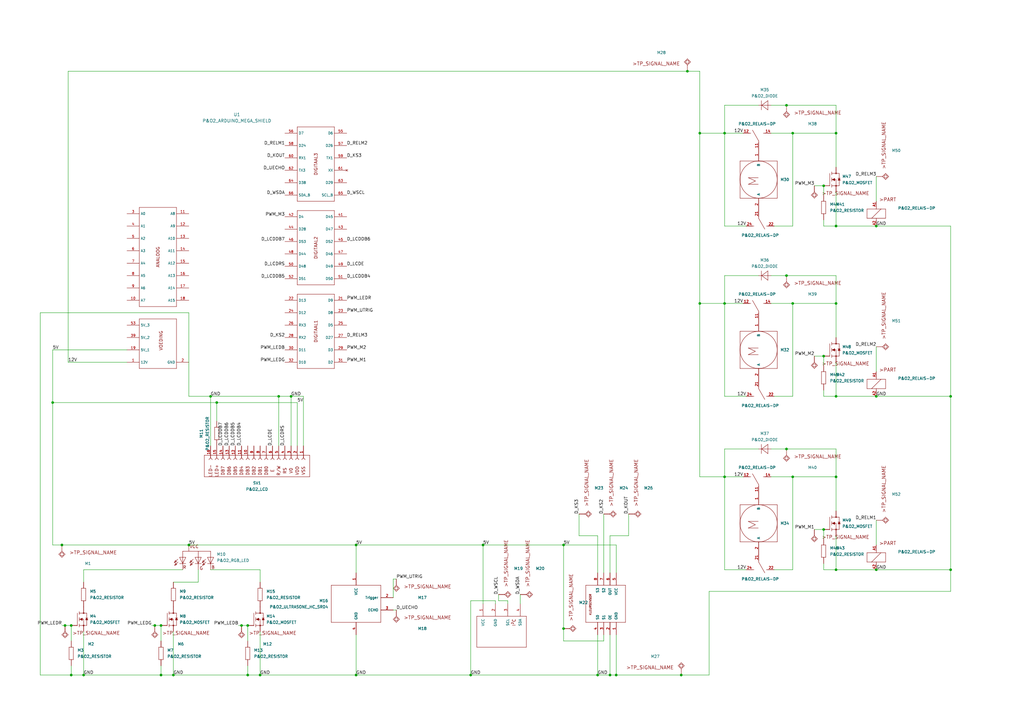
<source format=kicad_sch>
(kicad_sch (version 20211123) (generator eeschema)
  (paper "A3")
  (lib_symbols
    (symbol "1_P&O2_lib:P&O2_ARDUINO_MEGA_SHIELD"
      (property "Reference" "U" (at -33.02 13.97 0))
      (property "Value" "P&O2_ARDUINO_MEGA_SHIELD" (at -24.13 16.51 0))
      (symbol "P&O2_ARDUINO_MEGA_SHIELD_0_0"
        (text "ANALOOG" (at 7.62 45.72 900) (effects (font (size 1.27 1.27))))
        (text "DIGITAAL1" (at 72.39 15.24 900) (effects (font (size 1.27 1.27))))
        (text "DIGITAAL2" (at 72.39 49.53 900) (effects (font (size 1.27 1.27))))
        (text "DIGITAAL3" (at 72.39 83.82 900) (effects (font (size 1.27 1.27))))
        (text "VOEDING" (at 8.89 11.43 900) (effects (font (size 1.27 1.27))))
      )
      (symbol "P&O2_ARDUINO_MEGA_SHIELD_1_1"
        (pin bidirectional line (at -5.08 2.54 0) (length 5.08) (name "12V") (number "1"))
        (pin bidirectional line (at -5.08 27.94 0) (length 5.08) (name "A7") (number "10"))
        (pin bidirectional line (at 20.32 63.5 180) (length 5.08) (name "A8") (number "11"))
        (pin bidirectional line (at 20.32 58.42 180) (length 5.08) (name "A9") (number "12"))
        (pin bidirectional line (at 20.32 53.34 180) (length 5.08) (name "A10") (number "13"))
        (pin bidirectional line (at 20.32 48.26 180) (length 5.08) (name "A11") (number "14"))
        (pin bidirectional line (at 20.32 43.18 180) (length 5.08) (name "A12") (number "15"))
        (pin bidirectional line (at 20.32 38.1 180) (length 5.08) (name "A13") (number "16"))
        (pin bidirectional line (at 20.32 33.02 180) (length 5.08) (name "A14") (number "17"))
        (pin bidirectional line (at 20.32 27.94 180) (length 5.08) (name "A15") (number "18"))
        (pin bidirectional line (at -5.08 7.62 0) (length 5.08) (name "5V_1") (number "19"))
        (pin bidirectional line (at 20.32 2.54 180) (length 5.08) (name "GND") (number "2"))
        (pin bidirectional line (at 85.09 27.94 180) (length 5.08) (name "D9") (number "21"))
        (pin bidirectional line (at 59.69 27.94 0) (length 5.08) (name "D13") (number "22"))
        (pin bidirectional line (at 85.09 22.86 180) (length 5.08) (name "D8") (number "23"))
        (pin bidirectional line (at 59.69 22.86 0) (length 5.08) (name "D12") (number "24"))
        (pin bidirectional line (at 85.09 17.78 180) (length 5.08) (name "D5") (number "25"))
        (pin bidirectional line (at 59.69 17.78 0) (length 5.08) (name "RX3") (number "26"))
        (pin bidirectional line (at 85.09 12.7 180) (length 5.08) (name "D27") (number "27"))
        (pin bidirectional line (at 59.69 12.7 0) (length 5.08) (name "RX2") (number "28"))
        (pin bidirectional line (at 85.09 7.62 180) (length 5.08) (name "D3") (number "29"))
        (pin bidirectional line (at -5.08 63.5 0) (length 5.08) (name "A0") (number "3"))
        (pin bidirectional line (at 59.69 7.62 0) (length 5.08) (name "D11") (number "30"))
        (pin bidirectional line (at 85.09 2.54 180) (length 5.08) (name "D2") (number "31"))
        (pin bidirectional line (at 59.69 2.54 0) (length 5.08) (name "D10") (number "32"))
        (pin bidirectional line (at -5.08 12.7 0) (length 5.08) (name "5V_2") (number "39"))
        (pin bidirectional line (at -5.08 58.42 0) (length 5.08) (name "A1") (number "4"))
        (pin bidirectional line (at 85.09 62.23 180) (length 5.08) (name "D45") (number "41"))
        (pin bidirectional line (at 59.69 62.23 0) (length 5.08) (name "D4") (number "42"))
        (pin bidirectional line (at 85.09 57.15 180) (length 5.08) (name "D47") (number "43"))
        (pin bidirectional line (at 59.69 57.15 0) (length 5.08) (name "D28") (number "44"))
        (pin bidirectional line (at 85.09 52.07 180) (length 5.08) (name "D52") (number "45"))
        (pin bidirectional line (at 59.69 52.07 0) (length 5.08) (name "D53") (number "46"))
        (pin bidirectional line (at 85.09 46.99 180) (length 5.08) (name "D46") (number "47"))
        (pin bidirectional line (at 59.69 46.99 0) (length 5.08) (name "D44") (number "48"))
        (pin bidirectional line (at 85.09 41.91 180) (length 5.08) (name "D49") (number "49"))
        (pin bidirectional line (at -5.08 53.34 0) (length 5.08) (name "A2") (number "5"))
        (pin bidirectional line (at 59.69 41.91 0) (length 5.08) (name "D48") (number "50"))
        (pin bidirectional line (at 85.09 36.83 180) (length 5.08) (name "D50") (number "51"))
        (pin bidirectional line (at 59.69 36.83 0) (length 5.08) (name "D51") (number "52"))
        (pin bidirectional line (at -5.08 17.78 0) (length 5.08) (name "5V_3") (number "53"))
        (pin bidirectional line (at 85.09 96.52 180) (length 5.08) (name "D6") (number "55"))
        (pin bidirectional line (at 59.69 96.52 0) (length 5.08) (name "D7") (number "56"))
        (pin bidirectional line (at 85.09 91.44 180) (length 5.08) (name "D26") (number "57"))
        (pin bidirectional line (at 59.69 91.44 0) (length 5.08) (name "D24") (number "58"))
        (pin bidirectional line (at 85.09 86.36 180) (length 5.08) (name "TX1") (number "59"))
        (pin bidirectional line (at -5.08 48.26 0) (length 5.08) (name "A3") (number "6"))
        (pin bidirectional line (at 59.69 86.36 0) (length 5.08) (name "RX1") (number "60"))
        (pin no_connect line (at 85.09 81.28 180) (length 5.08) (name "XX") (number "61"))
        (pin bidirectional line (at 59.69 81.28 0) (length 5.08) (name "TX3") (number "62"))
        (pin bidirectional line (at 85.09 76.2 180) (length 5.08) (name "D29") (number "63"))
        (pin bidirectional line (at 59.69 76.2 0) (length 5.08) (name "D38") (number "64"))
        (pin bidirectional line (at 85.09 71.12 180) (length 5.08) (name "SCL_B") (number "65"))
        (pin bidirectional line (at 59.69 71.12 0) (length 5.08) (name "SDA_B") (number "66"))
        (pin bidirectional line (at -5.08 43.18 0) (length 5.08) (name "A4") (number "7"))
        (pin bidirectional line (at -5.08 38.1 0) (length 5.08) (name "A5") (number "8"))
        (pin bidirectional line (at -5.08 33.02 0) (length 5.08) (name "A6") (number "9"))
      )
    )
    (symbol "1_P&O2_lib:P&O2_DC-MOTOR" (pin_names (offset 1.016))
      (property "Reference" "M" (at -7.62 7.62 0))
      (symbol "P&O2_DC-MOTOR_1_0"
        (text "M" (at -0.5842 2.032 0) (effects (font (size 4.064 4.064))))
      )
      (symbol "P&O2_DC-MOTOR_1_1"
        (pin bidirectional line (at 12.7 0 180) (length 5.08) (name "B") (number "1"))
        (pin bidirectional line (at -12.7 0 0) (length 5.08) (name "A") (number "2"))
      )
    )
    (symbol "1_P&O2_lib:P&O2_DIODE" (pin_numbers hide) (pin_names (offset 1.016) hide)
      (property "Reference" "M" (at -2.3114 2.6416 0))
      (property "Value" "P&O2_DIODE" (at -2.5654 -4.4958 0))
      (symbol "P&O2_DIODE_1_1"
        (pin passive line (at -2.54 0 0) (length 2.54) (name "A") (number "A"))
        (pin passive line (at 2.54 0 180) (length 2.54) (name "C") (number "C"))
      )
    )
    (symbol "1_P&O2_lib:P&O2_GEWICHTSENSOR2" (pin_names (offset 1.016))
      (symbol "P&O2_GEWICHTSENSOR2_0_0"
        (text "I²C" (at 10.16 5.08 0) (effects (font (size 1.27 1.27))))
      )
      (symbol "P&O2_GEWICHTSENSOR2_1_1"
        (pin bidirectional line (at 17.78 17.78 180) (length 5.08) (name "VCC") (number "1"))
        (pin bidirectional line (at 17.78 12.7 180) (length 5.08) (name "GND") (number "2"))
        (pin bidirectional line (at 17.78 7.62 180) (length 5.08) (name "SCL") (number "3"))
        (pin bidirectional line (at 17.78 2.54 180) (length 5.08) (name "SDA") (number "4"))
      )
    )
    (symbol "1_P&O2_lib:P&O2_KLEURSENSOR" (pin_names (offset 1.016))
      (symbol "P&O2_KLEURSENSOR_1_0"
        (text "KLEURSENSOR" (at -0.2794 14.3764 0) (effects (font (size 0.8128 0.8128))))
      )
      (symbol "P&O2_KLEURSENSOR_1_1"
        (pin bidirectional line (at -12.7 3.81 0) (length 5.08) (name "GND") (number "1"))
        (pin bidirectional line (at -12.7 6.35 0) (length 5.08) (name "OE") (number "2"))
        (pin bidirectional line (at -12.7 8.89 0) (length 5.08) (name "S1") (number "3"))
        (pin bidirectional line (at -12.7 11.43 0) (length 5.08) (name "S0") (number "4"))
        (pin bidirectional line (at 12.7 3.81 180) (length 5.08) (name "VCC") (number "5"))
        (pin bidirectional line (at 12.7 6.35 180) (length 5.08) (name "OUT") (number "6"))
        (pin bidirectional line (at 12.7 8.89 180) (length 5.08) (name "S2") (number "7"))
        (pin bidirectional line (at 12.7 11.43 180) (length 5.08) (name "S3") (number "8"))
      )
    )
    (symbol "1_P&O2_lib:P&O2_LCD" (pin_names (offset 1.016) hide)
      (property "Reference" "SV" (at -1.27 36.83 0))
      (property "Value" "P&O2_LCD" (at -1.27 -10.16 0))
      (symbol "P&O2_LCD_0_0"
        (text "DB0" (at -2.54 10.16 0) (effects (font (size 1.27 1.27))))
        (text "DB1" (at -2.54 12.7 0) (effects (font (size 1.27 1.27))))
        (text "DB2" (at -2.54 15.24 0) (effects (font (size 1.27 1.27))))
        (text "DB3" (at -2.54 17.78 0) (effects (font (size 1.27 1.27))))
        (text "DB4" (at -2.54 20.32 0) (effects (font (size 1.27 1.27))))
        (text "DB5" (at -2.54 22.86 0) (effects (font (size 1.27 1.27))))
        (text "DB6" (at -2.54 25.4 0) (effects (font (size 1.27 1.27))))
        (text "DB7" (at -2.54 27.94 0) (effects (font (size 1.27 1.27))))
        (text "E" (at -2.54 7.62 0) (effects (font (size 1.27 1.27))))
        (text "LED+" (at -2.54 30.48 0) (effects (font (size 1.27 1.27))))
        (text "LED-" (at -2.54 33.02 0) (effects (font (size 1.27 1.27))))
        (text "R/W" (at -2.54 5.08 0) (effects (font (size 1.27 1.27))))
        (text "RS" (at -2.54 2.54 0) (effects (font (size 1.27 1.27))))
        (text "V0" (at -2.54 0 0) (effects (font (size 1.27 1.27))))
        (text "VDD" (at -2.54 -2.54 0) (effects (font (size 1.27 1.27))))
        (text "VSS" (at -2.54 -5.08 0) (effects (font (size 1.27 1.27))))
      )
      (symbol "P&O2_LCD_1_1"
        (pin passive line (at 7.62 -5.08 180) (length 5.08) (name "1") (number "1"))
        (pin passive line (at 7.62 17.78 180) (length 5.08) (name "10") (number "10"))
        (pin passive line (at 7.62 20.32 180) (length 5.08) (name "11") (number "11"))
        (pin passive line (at 7.62 22.86 180) (length 5.08) (name "12") (number "12"))
        (pin passive line (at 7.62 25.4 180) (length 5.08) (name "13") (number "13"))
        (pin passive line (at 7.62 27.94 180) (length 5.08) (name "14") (number "14"))
        (pin passive line (at 7.62 30.48 180) (length 5.08) (name "15") (number "15"))
        (pin passive line (at 7.62 33.02 180) (length 5.08) (name "16") (number "16"))
        (pin passive line (at 7.62 -2.54 180) (length 5.08) (name "2") (number "2"))
        (pin passive line (at 7.62 0 180) (length 5.08) (name "3") (number "3"))
        (pin passive line (at 7.62 2.54 180) (length 5.08) (name "4") (number "4"))
        (pin passive line (at 7.62 5.08 180) (length 5.08) (name "5") (number "5"))
        (pin passive line (at 7.62 7.62 180) (length 5.08) (name "6") (number "6"))
        (pin passive line (at 7.62 10.16 180) (length 5.08) (name "2") (number "7"))
        (pin passive line (at 7.62 12.7 180) (length 5.08) (name "8") (number "8"))
        (pin passive line (at 7.62 15.24 180) (length 5.08) (name "9") (number "9"))
      )
    )
    (symbol "1_P&O2_lib:P&O2_MEETPUNT" (pin_numbers hide) (pin_names (offset 1.016) hide)
      (property "Reference" "M" (at -2.54 -4.445 0))
      (symbol "P&O2_MEETPUNT_1_0"
        (text ">TP_SIGNAL_NAME" (at 12.8016 -0.5588 0) (effects (font (size 1.4224 1.4224))))
      )
      (symbol "P&O2_MEETPUNT_1_1"
        (pin input line (at 0 2.54 270) (length 2.54) (name "TP") (number "1"))
      )
    )
    (symbol "1_P&O2_lib:P&O2_MOSFET" (pin_numbers hide) (pin_names (offset 1.016) hide)
      (property "Reference" "M" (at -11.43 1.27 0))
      (property "Value" "P&O2_MOSFET" (at -11.43 3.81 0))
      (symbol "P&O2_MOSFET_1_1"
        (pin passive line (at -2.54 -2.54 0) (length 2.54) (name "eG") (number "1"))
        (pin passive line (at 2.54 5.08 270) (length 2.54) (name "D") (number "2"))
        (pin passive line (at 2.54 -5.08 90) (length 2.54) (name "S") (number "3"))
      )
    )
    (symbol "1_P&O2_lib:P&O2_RELAIS-DP" (pin_names (offset 1.016) hide)
      (property "Value" "P&O2_RELAIS-DP" (at -6.985 10.16 0))
      (symbol "P&O2_RELAIS-DP_1_0"
        (text ">PART" (at 4.6736 5.7912 0) (effects (font (size 1.4224 1.4224))))
      )
      (symbol "P&O2_RELAIS-DP_1_1"
        (pin passive line (at 0 5.08 270) (length 2.54) (name "1") (number "A1"))
        (pin passive line (at 0 -5.08 90) (length 2.54) (name "2") (number "A2"))
      )
      (symbol "P&O2_RELAIS-DP_2_1"
        (pin passive line (at 0 0 90) (length 2.54) (name "1") (number "11"))
        (pin passive line (at -6.35 6.35 0) (length 2.54) (name "1") (number "12"))
        (pin passive line (at 5.08 6.35 180) (length 2.54) (name "1") (number "14"))
      )
      (symbol "P&O2_RELAIS-DP_3_1"
        (pin passive line (at 0 0 90) (length 2.54) (name "1") (number "21"))
        (pin passive line (at -6.35 6.35 0) (length 2.54) (name "1") (number "22"))
        (pin passive line (at 5.08 6.35 180) (length 2.54) (name "1") (number "24"))
      )
    )
    (symbol "1_P&O2_lib:P&O2_RESISTOR" (pin_numbers hide) (pin_names (offset 1.016) hide)
      (property "Reference" "M" (at -2.54 2.54 0))
      (property "Value" "P&O2_RESISTOR" (at -2.54 -3.81 0))
      (symbol "P&O2_RESISTOR_1_1"
        (pin passive line (at -5.08 0 0) (length 2.54) (name "1") (number "1"))
        (pin passive line (at 5.08 0 180) (length 2.54) (name "2") (number "2"))
      )
    )
    (symbol "1_P&O2_lib:P&O2_RGB_LED" (pin_numbers hide) (pin_names (offset 1.016) hide)
      (property "Reference" "M" (at -5.207 -1.524 90))
      (property "Value" "P&O2_RGB_LED" (at -3.048 -1.524 90))
      (symbol "P&O2_RGB_LED_0_0"
        (text "B" (at 12.446 1.016 0) (effects (font (size 1.27 1.27))))
        (text "G" (at 7.62 0.635 0) (effects (font (size 1.27 1.27))))
        (text "R" (at 0.762 1.016 0) (effects (font (size 1.27 1.27))))
        (text "VCC" (at 4.699 9.525 0) (effects (font (size 1.27 1.27))))
      )
      (symbol "P&O2_RGB_LED_1_1"
        (pin bidirectional line (at 0 0 90) (length 2.54) (name "R") (number "1"))
        (pin bidirectional line (at 2.54 10.16 270) (length 2.54) (name "VCC") (number "2"))
        (pin bidirectional line (at 6.35 0 90) (length 2.54) (name "G") (number "3"))
        (pin bidirectional line (at 11.43 0 90) (length 2.54) (name "B") (number "4"))
      )
    )
    (symbol "1_P&O2_lib:P&O2_ULTRASONE_HC_SR04" (pin_names (offset 1.016))
      (property "Reference" "M" (at -15.24 -2.54 0))
      (property "Value" "P&O2_ULTRASONE_HC_SR04" (at -15.24 -7.62 0))
      (symbol "P&O2_ULTRASONE_HC_SR04_1_1"
        (pin bidirectional line (at -5.08 15.24 270) (length 5.08) (name "VCC") (number "1"))
        (pin bidirectional line (at 10.16 5.08 180) (length 5.08) (name "Trigger") (number "2"))
        (pin bidirectional line (at 10.16 0 180) (length 5.08) (name "ECHO") (number "3"))
        (pin bidirectional line (at -5.08 -10.16 90) (length 5.08) (name "GND") (number "4"))
      )
    )
  )
  (junction (at 297.18 195.58))
  (junction (at 63.5 256.54))
  (junction (at 389.89 162.56))
  (junction (at 325.12 54.61))
  (junction (at 279.4 276.86))
  (junction (at 86.36 162.56))
  (junction (at 337.82 217.17))
  (junction (at 29.21 276.86))
  (junction (at 146.05 223.52))
  (junction (at 322.58 43.18))
  (junction (at 119.38 162.56))
  (junction (at 325.12 195.58))
  (junction (at 101.6 276.86))
  (junction (at 297.18 124.46))
  (junction (at 359.41 92.71))
  (junction (at 342.9 124.46))
  (junction (at 337.82 146.05))
  (junction (at 342.9 92.71))
  (junction (at 77.47 223.52))
  (junction (at 252.73 276.86))
  (junction (at 231.14 223.52))
  (junction (at 322.58 113.03))
  (junction (at 325.12 124.46))
  (junction (at 198.12 223.52))
  (junction (at 106.68 276.86))
  (junction (at 359.41 162.56))
  (junction (at 25.4 223.52))
  (junction (at 231.14 257.81))
  (junction (at 342.9 162.56))
  (junction (at 88.9 165.1))
  (junction (at 342.9 195.58))
  (junction (at 66.04 276.86))
  (junction (at 146.05 276.86))
  (junction (at 359.41 233.68))
  (junction (at 245.11 276.86))
  (junction (at 287.02 54.61))
  (junction (at 26.67 256.54))
  (junction (at 287.02 124.46))
  (junction (at 342.9 233.68))
  (junction (at 322.58 184.15))
  (junction (at 193.04 276.86))
  (junction (at 99.06 256.54))
  (junction (at 281.94 29.21))
  (junction (at 29.21 256.54))
  (junction (at 114.3 162.56))
  (junction (at 297.18 54.61))
  (junction (at 337.82 76.2))
  (junction (at 342.9 54.61))
  (junction (at 389.89 233.68))
  (junction (at 21.59 165.1))
  (junction (at 66.04 256.54))
  (junction (at 101.6 256.54))
  (junction (at 34.29 276.86))
  (junction (at 250.19 276.86))
  (junction (at 71.12 276.86))
  (wire (pts (xy 317.5 162.56) (xy 325.12 162.56)))
  (wire (pts (xy 66.04 256.54) (xy 66.04 262.89)))
  (wire (pts (xy 297.18 124.46) (xy 304.8 124.46)))
  (wire (pts (xy 146.05 234.95) (xy 146.05 223.52)))
  (wire (pts (xy 161.29 245.11) (xy 161.29 237.49)))
  (wire (pts (xy 245.11 260.35) (xy 245.11 276.86)))
  (wire (pts (xy 34.29 233.68) (xy 34.29 238.76)))
  (wire (pts (xy 52.07 148.59) (xy 27.94 148.59)))
  (wire (pts (xy 231.14 223.52) (xy 252.73 223.52)))
  (wire (pts (xy 287.02 195.58) (xy 287.02 124.46)))
  (wire (pts (xy 101.6 256.54) (xy 101.6 262.89)))
  (wire (pts (xy 77.47 128.27) (xy 16.51 128.27)))
  (wire (pts (xy 359.41 72.39) (xy 359.41 82.55)))
  (wire (pts (xy 247.65 210.82) (xy 247.65 234.95)))
  (wire (pts (xy 297.18 233.68) (xy 297.18 195.58)))
  (wire (pts (xy 322.58 184.15) (xy 342.9 184.15)))
  (wire (pts (xy 88.9 165.1) (xy 121.92 165.1)))
  (wire (pts (xy 245.11 219.71) (xy 245.11 234.95)))
  (wire (pts (xy 27.94 29.21) (xy 281.94 29.21)))
  (wire (pts (xy 297.18 162.56) (xy 297.18 124.46)))
  (wire (pts (xy 88.9 165.1) (xy 88.9 172.72)))
  (wire (pts (xy 252.73 276.86) (xy 279.4 276.86)))
  (wire (pts (xy 62.23 256.54) (xy 63.5 256.54)))
  (wire (pts (xy 297.18 195.58) (xy 304.8 195.58)))
  (wire (pts (xy 231.14 262.89) (xy 247.65 262.89)))
  (wire (pts (xy 342.9 162.56) (xy 337.82 162.56)))
  (wire (pts (xy 281.94 29.21) (xy 287.02 29.21)))
  (wire (pts (xy 311.15 184.15) (xy 297.18 184.15)))
  (wire (pts (xy 16.51 276.86) (xy 29.21 276.86)))
  (wire (pts (xy 21.59 223.52) (xy 25.4 223.52)))
  (wire (pts (xy 342.9 78.74) (xy 342.9 92.71)))
  (wire (pts (xy 325.12 195.58) (xy 325.12 233.68)))
  (wire (pts (xy 198.12 223.52) (xy 198.12 247.65)))
  (wire (pts (xy 337.82 233.68) (xy 337.82 231.14)))
  (wire (pts (xy 342.9 92.71) (xy 359.41 92.71)))
  (wire (pts (xy 16.51 128.27) (xy 16.51 276.86)))
  (wire (pts (xy 316.23 113.03) (xy 322.58 113.03)))
  (wire (pts (xy 359.41 162.56) (xy 389.89 162.56)))
  (wire (pts (xy 71.12 276.86) (xy 101.6 276.86)))
  (wire (pts (xy 124.46 182.88) (xy 124.46 162.56)))
  (wire (pts (xy 389.89 162.56) (xy 389.89 92.71)))
  (wire (pts (xy 21.59 165.1) (xy 88.9 165.1)))
  (wire (pts (xy 208.28 247.65) (xy 208.28 246.38)))
  (wire (pts (xy 193.04 246.38) (xy 193.04 276.86)))
  (wire (pts (xy 29.21 276.86) (xy 29.21 273.05)))
  (wire (pts (xy 297.18 92.71) (xy 297.18 54.61)))
  (wire (pts (xy 311.15 43.18) (xy 297.18 43.18)))
  (wire (pts (xy 337.82 162.56) (xy 337.82 160.02)))
  (wire (pts (xy 25.4 256.54) (xy 26.67 256.54)))
  (wire (pts (xy 77.47 128.27) (xy 77.47 162.56)))
  (wire (pts (xy 342.9 184.15) (xy 342.9 195.58)))
  (wire (pts (xy 287.02 29.21) (xy 287.02 54.61)))
  (wire (pts (xy 359.41 142.24) (xy 359.41 152.4)))
  (wire (pts (xy 306.07 233.68) (xy 297.18 233.68)))
  (wire (pts (xy 306.07 92.71) (xy 297.18 92.71)))
  (wire (pts (xy 114.3 162.56) (xy 119.38 162.56)))
  (wire (pts (xy 146.05 223.52) (xy 198.12 223.52)))
  (wire (pts (xy 204.47 246.38) (xy 204.47 243.84)))
  (wire (pts (xy 86.36 233.68) (xy 106.68 233.68)))
  (wire (pts (xy 247.65 260.35) (xy 247.65 262.89)))
  (wire (pts (xy 342.9 233.68) (xy 359.41 233.68)))
  (wire (pts (xy 250.19 276.86) (xy 252.73 276.86)))
  (wire (pts (xy 316.23 43.18) (xy 322.58 43.18)))
  (wire (pts (xy 297.18 184.15) (xy 297.18 195.58)))
  (wire (pts (xy 198.12 223.52) (xy 231.14 223.52)))
  (wire (pts (xy 317.5 233.68) (xy 325.12 233.68)))
  (wire (pts (xy 213.36 243.84) (xy 213.36 247.65)))
  (wire (pts (xy 63.5 256.54) (xy 66.04 256.54)))
  (wire (pts (xy 297.18 43.18) (xy 297.18 54.61)))
  (wire (pts (xy 193.04 276.86) (xy 245.11 276.86)))
  (wire (pts (xy 86.36 162.56) (xy 114.3 162.56)))
  (wire (pts (xy 52.07 143.51) (xy 21.59 143.51)))
  (wire (pts (xy 334.01 146.05) (xy 337.82 146.05)))
  (wire (pts (xy 237.49 219.71) (xy 245.11 219.71)))
  (wire (pts (xy 287.02 124.46) (xy 287.02 54.61)))
  (wire (pts (xy 114.3 162.56) (xy 114.3 182.88)))
  (wire (pts (xy 27.94 148.59) (xy 27.94 29.21)))
  (wire (pts (xy 325.12 124.46) (xy 342.9 124.46)))
  (wire (pts (xy 337.82 146.05) (xy 337.82 149.86)))
  (wire (pts (xy 297.18 113.03) (xy 297.18 124.46)))
  (wire (pts (xy 287.02 124.46) (xy 297.18 124.46)))
  (wire (pts (xy 21.59 165.1) (xy 21.59 223.52)))
  (wire (pts (xy 287.02 54.61) (xy 297.18 54.61)))
  (wire (pts (xy 250.19 234.95) (xy 250.19 219.71)))
  (wire (pts (xy 250.19 219.71) (xy 257.81 219.71)))
  (wire (pts (xy 334.01 217.17) (xy 337.82 217.17)))
  (wire (pts (xy 106.68 233.68) (xy 106.68 238.76)))
  (wire (pts (xy 124.46 162.56) (xy 119.38 162.56)))
  (wire (pts (xy 101.6 276.86) (xy 106.68 276.86)))
  (wire (pts (xy 66.04 276.86) (xy 66.04 273.05)))
  (wire (pts (xy 29.21 256.54) (xy 29.21 262.89)))
  (wire (pts (xy 203.2 247.65) (xy 203.2 246.38)))
  (wire (pts (xy 257.81 210.82) (xy 257.81 219.71)))
  (wire (pts (xy 252.73 223.52) (xy 252.73 234.95)))
  (wire (pts (xy 121.92 165.1) (xy 121.92 182.88)))
  (wire (pts (xy 97.79 256.54) (xy 99.06 256.54)))
  (wire (pts (xy 119.38 162.56) (xy 119.38 182.88)))
  (wire (pts (xy 359.41 213.36) (xy 359.41 223.52)))
  (wire (pts (xy 316.23 195.58) (xy 325.12 195.58)))
  (wire (pts (xy 66.04 276.86) (xy 71.12 276.86)))
  (wire (pts (xy 290.83 242.57) (xy 389.89 242.57)))
  (wire (pts (xy 297.18 54.61) (xy 304.8 54.61)))
  (wire (pts (xy 81.28 238.76) (xy 81.28 233.68)))
  (wire (pts (xy 106.68 259.08) (xy 106.68 276.86)))
  (wire (pts (xy 106.68 276.86) (xy 146.05 276.86)))
  (wire (pts (xy 86.36 162.56) (xy 86.36 182.88)))
  (wire (pts (xy 71.12 259.08) (xy 71.12 276.86)))
  (wire (pts (xy 231.14 257.81) (xy 231.14 223.52)))
  (wire (pts (xy 250.19 260.35) (xy 250.19 276.86)))
  (wire (pts (xy 337.82 76.2) (xy 337.82 80.01)))
  (wire (pts (xy 208.28 246.38) (xy 204.47 246.38)))
  (wire (pts (xy 290.83 276.86) (xy 290.83 242.57)))
  (wire (pts (xy 325.12 54.61) (xy 342.9 54.61)))
  (wire (pts (xy 337.82 217.17) (xy 337.82 220.98)))
  (wire (pts (xy 322.58 113.03) (xy 342.9 113.03)))
  (wire (pts (xy 389.89 242.57) (xy 389.89 233.68)))
  (wire (pts (xy 322.58 43.18) (xy 342.9 43.18)))
  (wire (pts (xy 342.9 195.58) (xy 342.9 209.55)))
  (wire (pts (xy 316.23 54.61) (xy 325.12 54.61)))
  (wire (pts (xy 162.56 250.19) (xy 161.29 250.19)))
  (wire (pts (xy 342.9 113.03) (xy 342.9 124.46)))
  (wire (pts (xy 306.07 162.56) (xy 297.18 162.56)))
  (wire (pts (xy 316.23 124.46) (xy 325.12 124.46)))
  (wire (pts (xy 342.9 219.71) (xy 342.9 233.68)))
  (wire (pts (xy 25.4 223.52) (xy 77.47 223.52)))
  (wire (pts (xy 74.93 233.68) (xy 34.29 233.68)))
  (wire (pts (xy 34.29 259.08) (xy 34.29 276.86)))
  (wire (pts (xy 334.01 76.2) (xy 337.82 76.2)))
  (wire (pts (xy 161.29 237.49) (xy 162.56 237.49)))
  (wire (pts (xy 325.12 124.46) (xy 325.12 162.56)))
  (wire (pts (xy 342.9 162.56) (xy 359.41 162.56)))
  (wire (pts (xy 342.9 233.68) (xy 337.82 233.68)))
  (wire (pts (xy 337.82 92.71) (xy 337.82 90.17)))
  (wire (pts (xy 237.49 210.82) (xy 237.49 219.71)))
  (wire (pts (xy 99.06 256.54) (xy 101.6 256.54)))
  (wire (pts (xy 311.15 113.03) (xy 297.18 113.03)))
  (wire (pts (xy 342.9 124.46) (xy 342.9 138.43)))
  (wire (pts (xy 252.73 260.35) (xy 252.73 276.86)))
  (wire (pts (xy 34.29 276.86) (xy 66.04 276.86)))
  (wire (pts (xy 71.12 238.76) (xy 81.28 238.76)))
  (wire (pts (xy 389.89 233.68) (xy 389.89 162.56)))
  (wire (pts (xy 342.9 92.71) (xy 337.82 92.71)))
  (wire (pts (xy 325.12 195.58) (xy 342.9 195.58)))
  (wire (pts (xy 29.21 276.86) (xy 34.29 276.86)))
  (wire (pts (xy 231.14 262.89) (xy 231.14 257.81)))
  (wire (pts (xy 325.12 54.61) (xy 325.12 92.71)))
  (wire (pts (xy 101.6 276.86) (xy 101.6 273.05)))
  (wire (pts (xy 245.11 276.86) (xy 250.19 276.86)))
  (wire (pts (xy 317.5 92.71) (xy 325.12 92.71)))
  (wire (pts (xy 203.2 246.38) (xy 193.04 246.38)))
  (wire (pts (xy 279.4 276.86) (xy 290.83 276.86)))
  (wire (pts (xy 146.05 260.35) (xy 146.05 276.86)))
  (wire (pts (xy 342.9 54.61) (xy 342.9 68.58)))
  (wire (pts (xy 316.23 184.15) (xy 322.58 184.15)))
  (wire (pts (xy 389.89 92.71) (xy 359.41 92.71)))
  (wire (pts (xy 26.67 256.54) (xy 29.21 256.54)))
  (wire (pts (xy 359.41 233.68) (xy 389.89 233.68)))
  (wire (pts (xy 342.9 148.59) (xy 342.9 162.56)))
  (wire (pts (xy 342.9 43.18) (xy 342.9 54.61)))
  (wire (pts (xy 146.05 276.86) (xy 193.04 276.86)))
  (wire (pts (xy 77.47 223.52) (xy 146.05 223.52)))
  (wire (pts (xy 297.18 195.58) (xy 287.02 195.58)))
  (wire (pts (xy 77.47 162.56) (xy 86.36 162.56)))
  (wire (pts (xy 21.59 143.51) (xy 21.59 165.1)))
  (label "PWM_M1" (at 142.24 148.59 0))
  (label "D_WSDA" (at 116.84 80.01 180))
  (label "5V" (at 198.12 223.52 0))
  (label "D_RELM2" (at 359.41 142.24 180))
  (label "D_KOUT" (at 257.81 210.82 90))
  (label "D_RELM3" (at 359.41 72.39 180))
  (label "D_LCDE" (at 142.24 109.22 0))
  (label "GND" (at 146.05 276.86 0))
  (label "PWM_M3" (at 334.01 76.2 180))
  (label "12V" (at 306.07 162.56 180))
  (label "GND" (at 193.04 276.86 0))
  (label "GND" (at 359.41 92.71 0))
  (label "D_LCDDB4" (at 142.24 114.3 0))
  (label "D_RELM1" (at 116.84 59.69 180))
  (label "D_LCDDB5" (at 116.84 114.3 180))
  (label "5V" (at 121.92 165.1 0))
  (label "PWM_M2" (at 142.24 143.51 0))
  (label "PWM_LEDB" (at 97.79 256.54 180))
  (label "D_WSDA" (at 213.36 243.84 90))
  (label "D_WSCL" (at 142.24 80.01 0))
  (label "D_LCDDB7" (at 116.84 99.06 180))
  (label "D_RELM1" (at 359.41 213.36 180))
  (label "PWM_UTRIG" (at 162.56 237.49 0))
  (label "PWM_LEDB" (at 116.84 143.51 180))
  (label "D_KS2" (at 247.65 210.82 90))
  (label "D_KOUT" (at 116.84 64.77 180))
  (label "GND" (at 119.38 162.56 0))
  (label "12V" (at 304.8 54.61 180))
  (label "D_LCDRS" (at 116.84 109.22 180))
  (label "12V" (at 304.8 195.58 180))
  (label "PWM_M3" (at 116.84 88.9 180))
  (label "D_LCDDB6" (at 93.98 182.88 90))
  (label "D_KS3" (at 142.24 64.77 0))
  (label "D_LCDRS" (at 116.84 182.88 90))
  (label "D_UECHO" (at 162.56 250.19 0))
  (label "5V" (at 146.05 223.52 0))
  (label "D_KS2" (at 116.84 138.43 180))
  (label "D_RELM2" (at 142.24 59.69 0))
  (label "PWM_LEDG" (at 62.23 256.54 180))
  (label "GND" (at 71.12 276.86 0))
  (label "12V" (at 306.07 92.71 180))
  (label "D_LCDE" (at 111.76 182.88 90))
  (label "GND" (at 245.11 276.86 0))
  (label "PWM_LEDR" (at 142.24 123.19 0))
  (label "D_LCDDB5" (at 96.52 182.88 90))
  (label "GND" (at 359.41 162.56 0))
  (label "PWM_LEDR" (at 25.4 256.54 180))
  (label "12V" (at 27.94 148.59 0))
  (label "PWM_M1" (at 334.01 217.17 180))
  (label "PWM_UTRIG" (at 142.24 128.27 0))
  (label "GND" (at 34.29 276.86 0))
  (label "D_WSCL" (at 204.47 243.84 90))
  (label "D_RELM3" (at 142.24 138.43 0))
  (label "PWM_M2" (at 334.01 146.05 180))
  (label "D_LCDDB4" (at 99.06 182.88 90))
  (label "5V" (at 231.14 223.52 0))
  (label "D_KS3" (at 237.49 210.82 90))
  (label "12V" (at 306.07 233.68 180))
  (label "5V" (at 21.59 143.51 0))
  (label "GND" (at 359.41 233.68 0))
  (label "D_UECHO" (at 116.84 69.85 180))
  (label "12V" (at 304.8 124.46 180))
  (label "5V" (at 77.47 223.52 0))
  (label "D_LCDDB7" (at 91.44 182.88 90))
  (label "D_LCDDB6" (at 142.24 99.06 0))
  (label "GND" (at 106.68 276.86 0))
  (label "PWM_LEDG" (at 116.84 148.59 180))
  (label "GND" (at 86.36 162.56 0))
  (symbol (lib_id "1_P&O2_lib:P&O2_MEETPUNT") (at 26.67 259.08 0) (unit 1)
    (property "Reference" "M2" (at 37.3232 264.16 0) (effects (font (size 1.143 1.143))))
    (property "Value" "P&O2_MEETPUNT" (effects hide))
    (property "Footprint" "1_P&O2_lib:P&O2_MEETPUNT" (effects hide))
  )
  (symbol (lib_id "1_P&O2_lib:P&O2_DC-MOTOR") (at 311.15 214.63 90) (unit 1)
    (property "Reference" "M34" (at 320.04 214.63 90) (effects (font (size 1.143 1.143)) (justify right)))
    (property "Value" "P&O2_DC-MOTOR" (effects hide))
    (property "Footprint" "1_P&O2_lib:P&O2_2PIN-SCREW-5.08" (effects hide))
  )
  (symbol (lib_id "1_P&O2_lib:P&O2_DC-MOTOR") (at 311.15 73.66 90) (unit 1)
    (property "Reference" "M30" (at 320.04 73.66 90) (effects (font (size 1.143 1.143)) (justify right)))
    (property "Value" "P&O2_DC-MOTOR" (effects hide))
    (property "Footprint" "1_P&O2_lib:P&O2_2PIN-SCREW-5.08" (effects hide))
  )
  (symbol (lib_id "1_P&O2_lib:P&O2_RELAIS-DP") (at 359.41 228.6 0) (unit 1)
    (property "Reference" "M33" (effects hide))
    (property "Value" "P&O2_RELAIS-DP" (at 368.3 226.3352 0) (effects (font (size 1.143 1.143)) (justify left)))
    (property "Footprint" "1_P&O2_lib:P&O2_RELAY-DP" (effects hide))
  )
  (symbol (lib_id "1_P&O2_lib:P&O2_MOSFET") (at 340.36 73.66 0) (unit 1)
    (property "Reference" "M47" (at 345.44 72.39 0) (effects (font (size 1.143 1.143)) (justify left)))
    (property "Value" "P&O2_MOSFET" (at 345.44 74.93 0) (effects (font (size 1.143 1.143)) (justify left)))
    (property "Footprint" "1_P&O2_lib:P&O2_TO220" (effects hide))
  )
  (symbol (lib_id "1_P&O2_lib:P&O2_RESISTOR") (at 29.21 267.97 270) (unit 1)
    (property "Reference" "M3" (at 31.75 266.7 90) (effects (font (size 1.143 1.143)) (justify left)))
    (property "Value" "P&O2_RESISTOR" (at 31.75 269.24 90) (effects (font (size 1.143 1.143)) (justify left)))
    (property "Footprint" "1_P&O2_lib:P&O2_RESISTOR" (effects hide))
  )
  (symbol (lib_id "1_P&O2_lib:P&O2_RELAIS-DP") (at 311.15 86.36 180) (unit 3)
    (property "Reference" "M29" (effects hide))
    (property "Value" "P&O2_RELAIS-DP" (at 311.785 96.52 0) (effects (font (size 1.143 1.143))))
    (property "Footprint" "1_P&O2_lib:P&O2_RELAY-DP" (effects hide))
  )
  (symbol (lib_id "1_P&O2_lib:P&O2_DC-MOTOR") (at 311.15 143.51 90) (unit 1)
    (property "Reference" "M32" (at 320.04 143.51 90) (effects (font (size 1.143 1.143)) (justify right)))
    (property "Value" "P&O2_DC-MOTOR" (effects hide))
    (property "Footprint" "1_P&O2_lib:P&O2_2PIN-SCREW-5.08" (effects hide))
  )
  (symbol (lib_id "1_P&O2_lib:P&O2_KLEURSENSOR") (at 256.54 247.65 90) (unit 1)
    (property "Reference" "M25" (effects hide))
    (property "Value" "P&O2_KLEURSENSOR" (effects hide))
    (property "Footprint" "1_P&O2_lib:P&O2_KLEURENSENSOR-8PIN" (effects hide))
  )
  (symbol (lib_id "1_P&O2_lib:P&O2_MOSFET") (at 68.58 254 0) (unit 1)
    (property "Reference" "M8" (at 73.66 252.73 0) (effects (font (size 1.143 1.143)) (justify left)))
    (property "Value" "P&O2_MOSFET" (at 73.66 255.27 0) (effects (font (size 1.143 1.143)) (justify left)))
    (property "Footprint" "1_P&O2_lib:P&O2_TO220" (effects hide))
  )
  (symbol (lib_id "1_P&O2_lib:P&O2_MEETPUNT") (at 25.4 226.06 0) (unit 1)
    (property "Reference" "M1" (at 36.0532 231.14 0) (effects (font (size 1.143 1.143))))
    (property "Value" "P&O2_MEETPUNT" (effects hide))
    (property "Footprint" "1_P&O2_lib:P&O2_MEETPUNT" (effects hide))
  )
  (symbol (lib_id "1_P&O2_lib:P&O2_MEETPUNT") (at 63.5 259.08 0) (unit 1)
    (property "Reference" "M6" (at 74.1532 264.16 0) (effects (font (size 1.143 1.143))))
    (property "Value" "P&O2_MEETPUNT" (effects hide))
    (property "Footprint" "1_P&O2_lib:P&O2_MEETPUNT" (effects hide))
  )
  (symbol (lib_id "1_P&O2_lib:P&O2_RESISTOR") (at 337.82 154.94 270) (unit 1)
    (property "Reference" "M45" (at 340.36 153.67 90) (effects (font (size 1.143 1.143)) (justify left)))
    (property "Value" "P&O2_RESISTOR" (at 340.36 156.21 90) (effects (font (size 1.143 1.143)) (justify left)))
    (property "Footprint" "1_P&O2_lib:P&O2_RESISTOR" (effects hide))
  )
  (symbol (lib_id "1_P&O2_lib:P&O2_LCD") (at 119.38 190.5 90) (unit 1)
    (property "Reference" "SV1" (at 105.41 198.12 90) (effects (font (size 1.143 1.143))))
    (property "Value" "P&O2_LCD" (at 105.41 200.66 90) (effects (font (size 1.143 1.143))))
    (property "Footprint" "1_P&O2_lib:P&O2_DIP16" (effects hide))
  )
  (symbol (lib_id "1_P&O2_lib:P&O2_MOSFET") (at 340.36 214.63 0) (unit 1)
    (property "Reference" "M49" (at 345.44 213.36 0) (effects (font (size 1.143 1.143)) (justify left)))
    (property "Value" "P&O2_MOSFET" (at 345.44 215.9 0) (effects (font (size 1.143 1.143)) (justify left)))
    (property "Footprint" "1_P&O2_lib:P&O2_TO220" (effects hide))
  )
  (symbol (lib_id "1_P&O2_lib:P&O2_MEETPUNT") (at 207.01 243.84 90) (unit 1)
    (property "Reference" "M19" (at 210.82 233.1868 90) (effects (font (size 1.143 1.143)) (justify right)))
    (property "Value" "P&O2_MEETPUNT" (effects hide))
    (property "Footprint" "1_P&O2_lib:P&O2_MEETPUNT" (effects hide))
  )
  (symbol (lib_id "1_P&O2_lib:P&O2_RELAIS-DP") (at 359.41 157.48 0) (unit 1)
    (property "Reference" "M31" (effects hide))
    (property "Value" "P&O2_RELAIS-DP" (at 368.3 155.2152 0) (effects (font (size 1.143 1.143)) (justify left)))
    (property "Footprint" "1_P&O2_lib:P&O2_RELAY-DP" (effects hide))
  )
  (symbol (lib_id "1_P&O2_lib:P&O2_DIODE") (at 313.69 184.15 180) (unit 1)
    (property "Reference" "M37" (at 313.6265 177.8 0) (effects (font (size 1.143 1.143))))
    (property "Value" "P&O2_DIODE" (at 313.6265 180.34 0) (effects (font (size 1.143 1.143))))
    (property "Footprint" "1_P&O2_lib:P&O2_DIODE" (effects hide))
  )
  (symbol (lib_id "1_P&O2_lib:P&O2_RESISTOR") (at 88.9 177.8 90) (unit 1)
    (property "Reference" "M11" (at 82.55 177.8 0) (effects (font (size 1.143 1.143))))
    (property "Value" "P&O2_RESISTOR" (at 85.09 177.8 0) (effects (font (size 1.143 1.143))))
    (property "Footprint" "1_P&O2_lib:P&O2_RESISTOR" (effects hide))
  )
  (symbol (lib_id "1_P&O2_lib:P&O2_RELAIS-DP") (at 311.15 156.21 180) (unit 3)
    (property "Reference" "M31" (effects hide))
    (property "Value" "P&O2_RELAIS-DP" (at 311.785 166.37 0) (effects (font (size 1.143 1.143))))
    (property "Footprint" "1_P&O2_lib:P&O2_RELAY-DP" (effects hide))
  )
  (symbol (lib_id "1_P&O2_lib:P&O2_ULTRASONE_HC_SR04") (at 151.13 250.19 0) (unit 1)
    (property "Reference" "M16" (at 134.62 246.38 0) (effects (font (size 1.143 1.143)) (justify right)))
    (property "Value" "P&O2_ULTRASONE_HC_SR04" (at 134.62 248.92 0) (effects (font (size 1.143 1.143)) (justify right)))
    (property "Footprint" "1_P&O2_lib:P&O2_ULTRASONE" (effects hide))
  )
  (symbol (lib_id "1_P&O2_lib:P&O2_MEETPUNT") (at 250.19 210.82 90) (unit 1)
    (property "Reference" "M24" (at 254 200.1668 90) (effects (font (size 1.143 1.143)) (justify right)))
    (property "Value" "P&O2_MEETPUNT" (effects hide))
    (property "Footprint" "1_P&O2_lib:P&O2_MEETPUNT" (effects hide))
  )
  (symbol (lib_id "1_P&O2_lib:P&O2_MEETPUNT") (at 281.94 26.67 180) (unit 1)
    (property "Reference" "M28" (at 271.2868 21.59 0) (effects (font (size 1.143 1.143))))
    (property "Value" "P&O2_MEETPUNT" (effects hide))
    (property "Footprint" "1_P&O2_lib:P&O2_MEETPUNT" (effects hide))
  )
  (symbol (lib_id "1_P&O2_lib:P&O2_RELAIS-DP") (at 311.15 201.93 0) (unit 2)
    (property "Reference" "M33" (effects hide))
    (property "Value" "P&O2_RELAIS-DP" (at 310.515 191.77 0) (effects (font (size 1.143 1.143))))
    (property "Footprint" "1_P&O2_lib:P&O2_RELAY-DP" (effects hide))
  )
  (symbol (lib_id "1_P&O2_lib:P&O2_MEETPUNT") (at 334.01 148.59 0) (unit 1)
    (property "Reference" "M42" (at 344.6632 153.67 0) (effects (font (size 1.143 1.143))))
    (property "Value" "P&O2_MEETPUNT" (effects hide))
    (property "Footprint" "1_P&O2_lib:P&O2_MEETPUNT" (effects hide))
  )
  (symbol (lib_id "1_P&O2_lib:P&O2_MOSFET") (at 31.75 254 0) (unit 1)
    (property "Reference" "M4" (at 36.83 252.73 0) (effects (font (size 1.143 1.143)) (justify left)))
    (property "Value" "P&O2_MOSFET" (at 36.83 255.27 0) (effects (font (size 1.143 1.143)) (justify left)))
    (property "Footprint" "1_P&O2_lib:P&O2_TO220" (effects hide))
  )
  (symbol (lib_id "1_P&O2_lib:P&O2_RESISTOR") (at 337.82 226.06 270) (unit 1)
    (property "Reference" "M46" (at 340.36 224.79 90) (effects (font (size 1.143 1.143)) (justify left)))
    (property "Value" "P&O2_RESISTOR" (at 340.36 227.33 90) (effects (font (size 1.143 1.143)) (justify left)))
    (property "Footprint" "1_P&O2_lib:P&O2_RESISTOR" (effects hide))
  )
  (symbol (lib_id "1_P&O2_lib:P&O2_MEETPUNT") (at 233.68 257.81 90) (unit 1)
    (property "Reference" "M22" (at 237.49 247.1568 90) (effects (font (size 1.143 1.143)) (justify right)))
    (property "Value" "P&O2_MEETPUNT" (effects hide))
    (property "Footprint" "1_P&O2_lib:P&O2_MEETPUNT" (effects hide))
  )
  (symbol (lib_id "1_P&O2_lib:P&O2_RESISTOR") (at 71.12 243.84 270) (unit 1)
    (property "Reference" "M9" (at 73.66 242.57 90) (effects (font (size 1.143 1.143)) (justify left)))
    (property "Value" "P&O2_RESISTOR" (at 73.66 245.11 90) (effects (font (size 1.143 1.143)) (justify left)))
    (property "Footprint" "1_P&O2_lib:P&O2_RESISTOR" (effects hide))
  )
  (symbol (lib_id "1_P&O2_lib:P&O2_MEETPUNT") (at 162.56 240.03 0) (unit 1)
    (property "Reference" "M17" (at 173.2132 245.11 0) (effects (font (size 1.143 1.143))))
    (property "Value" "P&O2_MEETPUNT" (effects hide))
    (property "Footprint" "1_P&O2_lib:P&O2_MEETPUNT" (effects hide))
  )
  (symbol (lib_id "1_P&O2_lib:P&O2_RELAIS-DP") (at 359.41 87.63 0) (unit 1)
    (property "Reference" "M29" (effects hide))
    (property "Value" "P&O2_RELAIS-DP" (at 368.3 85.3652 0) (effects (font (size 1.143 1.143)) (justify left)))
    (property "Footprint" "1_P&O2_lib:P&O2_RELAY-DP" (effects hide))
  )
  (symbol (lib_id "1_P&O2_lib:P&O2_MEETPUNT") (at 322.58 45.72 0) (unit 1)
    (property "Reference" "M38" (at 333.2332 50.8 0) (effects (font (size 1.143 1.143))))
    (property "Value" "P&O2_MEETPUNT" (effects hide))
    (property "Footprint" "1_P&O2_lib:P&O2_MEETPUNT" (effects hide))
  )
  (symbol (lib_id "1_P&O2_lib:P&O2_DIODE") (at 313.69 43.18 180) (unit 1)
    (property "Reference" "M35" (at 313.6265 36.83 0) (effects (font (size 1.143 1.143))))
    (property "Value" "P&O2_DIODE" (at 313.6265 39.37 0) (effects (font (size 1.143 1.143))))
    (property "Footprint" "1_P&O2_lib:P&O2_DIODE" (effects hide))
  )
  (symbol (lib_id "1_P&O2_lib:P&O2_MEETPUNT") (at 99.06 259.08 0) (unit 1)
    (property "Reference" "M12" (at 109.7132 264.16 0) (effects (font (size 1.143 1.143))))
    (property "Value" "P&O2_MEETPUNT" (effects hide))
    (property "Footprint" "1_P&O2_lib:P&O2_MEETPUNT" (effects hide))
  )
  (symbol (lib_id "1_P&O2_lib:P&O2_MEETPUNT") (at 361.95 72.39 90) (unit 1)
    (property "Reference" "M50" (at 365.76 61.7368 90) (effects (font (size 1.143 1.143)) (justify right)))
    (property "Value" "P&O2_MEETPUNT" (effects hide))
    (property "Footprint" "1_P&O2_lib:P&O2_MEETPUNT" (effects hide))
  )
  (symbol (lib_id "1_P&O2_lib:P&O2_RESISTOR") (at 34.29 243.84 270) (unit 1)
    (property "Reference" "M5" (at 36.83 242.57 90) (effects (font (size 1.143 1.143)) (justify left)))
    (property "Value" "P&O2_RESISTOR" (at 36.83 245.11 90) (effects (font (size 1.143 1.143)) (justify left)))
    (property "Footprint" "1_P&O2_lib:P&O2_RESISTOR" (effects hide))
  )
  (symbol (lib_id "1_P&O2_lib:P&O2_ARDUINO_MEGA_SHIELD") (at 57.15 151.13 0) (unit 1)
    (property "Reference" "U1" (at 97.155 46.99 0))
    (property "Value" "P&O2_ARDUINO_MEGA_SHIELD" (at 97.155 49.53 0))
  )
  (symbol (lib_id "1_P&O2_lib:P&O2_MEETPUNT") (at 322.58 186.69 0) (unit 1)
    (property "Reference" "M40" (at 333.2332 191.77 0) (effects (font (size 1.143 1.143))))
    (property "Value" "P&O2_MEETPUNT" (effects hide))
    (property "Footprint" "1_P&O2_lib:P&O2_MEETPUNT" (effects hide))
  )
  (symbol (lib_id "1_P&O2_lib:P&O2_RESISTOR") (at 66.04 267.97 270) (unit 1)
    (property "Reference" "M7" (at 68.58 266.7 90) (effects (font (size 1.143 1.143)) (justify left)))
    (property "Value" "P&O2_RESISTOR" (at 68.58 269.24 90) (effects (font (size 1.143 1.143)) (justify left)))
    (property "Footprint" "1_P&O2_lib:P&O2_RESISTOR" (effects hide))
  )
  (symbol (lib_id "1_P&O2_lib:P&O2_MEETPUNT") (at 361.95 213.36 90) (unit 1)
    (property "Reference" "M52" (at 365.76 202.7068 90) (effects (font (size 1.143 1.143)) (justify right)))
    (property "Value" "P&O2_MEETPUNT" (effects hide))
    (property "Footprint" "1_P&O2_lib:P&O2_MEETPUNT" (effects hide))
  )
  (symbol (lib_id "1_P&O2_lib:P&O2_RESISTOR") (at 106.68 243.84 270) (unit 1)
    (property "Reference" "M15" (at 109.22 242.57 90) (effects (font (size 1.143 1.143)) (justify left)))
    (property "Value" "P&O2_RESISTOR" (at 109.22 245.11 90) (effects (font (size 1.143 1.143)) (justify left)))
    (property "Footprint" "1_P&O2_lib:P&O2_RESISTOR" (effects hide))
  )
  (symbol (lib_id "1_P&O2_lib:P&O2_RELAIS-DP") (at 311.15 60.96 0) (unit 2)
    (property "Reference" "M29" (effects hide))
    (property "Value" "P&O2_RELAIS-DP" (at 310.515 50.8 0) (effects (font (size 1.143 1.143))))
    (property "Footprint" "1_P&O2_lib:P&O2_RELAY-DP" (effects hide))
  )
  (symbol (lib_id "1_P&O2_lib:P&O2_MEETPUNT") (at 162.56 252.73 0) (unit 1)
    (property "Reference" "M18" (at 173.2132 257.81 0) (effects (font (size 1.143 1.143))))
    (property "Value" "P&O2_MEETPUNT" (effects hide))
    (property "Footprint" "1_P&O2_lib:P&O2_MEETPUNT" (effects hide))
  )
  (symbol (lib_id "1_P&O2_lib:P&O2_RELAIS-DP") (at 311.15 227.33 180) (unit 3)
    (property "Reference" "M33" (effects hide))
    (property "Value" "P&O2_RELAIS-DP" (at 311.785 237.49 0) (effects (font (size 1.143 1.143))))
    (property "Footprint" "1_P&O2_lib:P&O2_RELAY-DP" (effects hide))
  )
  (symbol (lib_id "1_P&O2_lib:P&O2_MOSFET") (at 104.14 254 0) (unit 1)
    (property "Reference" "M14" (at 109.22 252.73 0) (effects (font (size 1.143 1.143)) (justify left)))
    (property "Value" "P&O2_MOSFET" (at 109.22 255.27 0) (effects (font (size 1.143 1.143)) (justify left)))
    (property "Footprint" "1_P&O2_lib:P&O2_TO220" (effects hide))
  )
  (symbol (lib_id "1_P&O2_lib:P&O2_RESISTOR") (at 337.82 85.09 270) (unit 1)
    (property "Reference" "M44" (at 340.36 83.82 90) (effects (font (size 1.143 1.143)) (justify left)))
    (property "Value" "P&O2_RESISTOR" (at 340.36 86.36 90) (effects (font (size 1.143 1.143)) (justify left)))
    (property "Footprint" "1_P&O2_lib:P&O2_RESISTOR" (effects hide))
  )
  (symbol (lib_id "1_P&O2_lib:P&O2_MEETPUNT") (at 240.03 210.82 90) (unit 1)
    (property "Reference" "M23" (at 243.84 200.1668 90) (effects (font (size 1.143 1.143)) (justify right)))
    (property "Value" "P&O2_MEETPUNT" (effects hide))
    (property "Footprint" "1_P&O2_lib:P&O2_MEETPUNT" (effects hide))
  )
  (symbol (lib_id "1_P&O2_lib:P&O2_MEETPUNT") (at 322.58 115.57 0) (unit 1)
    (property "Reference" "M39" (at 333.2332 120.65 0) (effects (font (size 1.143 1.143))))
    (property "Value" "P&O2_MEETPUNT" (effects hide))
    (property "Footprint" "1_P&O2_lib:P&O2_MEETPUNT" (effects hide))
  )
  (symbol (lib_id "1_P&O2_lib:P&O2_MEETPUNT") (at 260.35 210.82 90) (unit 1)
    (property "Reference" "M26" (at 264.16 200.1668 90) (effects (font (size 1.143 1.143)) (justify right)))
    (property "Value" "P&O2_MEETPUNT" (effects hide))
    (property "Footprint" "1_P&O2_lib:P&O2_MEETPUNT" (effects hide))
  )
  (symbol (lib_id "1_P&O2_lib:P&O2_MEETPUNT") (at 215.9 243.84 90) (unit 1)
    (property "Reference" "M20" (at 219.71 233.1868 90) (effects (font (size 1.143 1.143)) (justify right)))
    (property "Value" "P&O2_MEETPUNT" (effects hide))
    (property "Footprint" "1_P&O2_lib:P&O2_MEETPUNT" (effects hide))
  )
  (symbol (lib_id "1_P&O2_lib:P&O2_MEETPUNT") (at 334.01 78.74 0) (unit 1)
    (property "Reference" "M41" (at 344.6632 83.82 0) (effects (font (size 1.143 1.143))))
    (property "Value" "P&O2_MEETPUNT" (effects hide))
    (property "Footprint" "1_P&O2_lib:P&O2_MEETPUNT" (effects hide))
  )
  (symbol (lib_id "1_P&O2_lib:P&O2_RGB_LED") (at 74.93 233.68 0) (unit 1)
    (property "Reference" "M10" (at 88.9 227.3299 0) (effects (font (size 1.143 1.143)) (justify left)))
    (property "Value" "P&O2_RGB_LED" (at 88.9 229.8699 0) (effects (font (size 1.143 1.143)) (justify left)))
    (property "Footprint" "1_P&O2_lib:P&O2_RGB_LED" (effects hide))
  )
  (symbol (lib_id "1_P&O2_lib:P&O2_RESISTOR") (at 101.6 267.97 270) (unit 1)
    (property "Reference" "M13" (at 104.14 266.7 90) (effects (font (size 1.143 1.143)) (justify left)))
    (property "Value" "P&O2_RESISTOR" (at 104.14 269.24 90) (effects (font (size 1.143 1.143)) (justify left)))
    (property "Footprint" "1_P&O2_lib:P&O2_RESISTOR" (effects hide))
  )
  (symbol (lib_id "1_P&O2_lib:P&O2_DIODE") (at 313.69 113.03 180) (unit 1)
    (property "Reference" "M36" (at 313.6265 106.68 0) (effects (font (size 1.143 1.143))))
    (property "Value" "P&O2_DIODE" (at 313.6265 109.22 0) (effects (font (size 1.143 1.143))))
    (property "Footprint" "1_P&O2_lib:P&O2_DIODE" (effects hide))
  )
  (symbol (lib_id "1_P&O2_lib:P&O2_MEETPUNT") (at 334.01 219.71 0) (unit 1)
    (property "Reference" "M43" (at 344.6632 224.79 0) (effects (font (size 1.143 1.143))))
    (property "Value" "P&O2_MEETPUNT" (effects hide))
    (property "Footprint" "1_P&O2_lib:P&O2_MEETPUNT" (effects hide))
  )
  (symbol (lib_id "1_P&O2_lib:P&O2_MEETPUNT") (at 279.4 274.32 180) (unit 1)
    (property "Reference" "M27" (at 268.7468 269.24 0) (effects (font (size 1.143 1.143))))
    (property "Value" "P&O2_MEETPUNT" (effects hide))
    (property "Footprint" "1_P&O2_lib:P&O2_MEETPUNT" (effects hide))
  )
  (symbol (lib_id "1_P&O2_lib:P&O2_MOSFET") (at 340.36 143.51 0) (unit 1)
    (property "Reference" "M48" (at 345.44 142.24 0) (effects (font (size 1.143 1.143)) (justify left)))
    (property "Value" "P&O2_MOSFET" (at 345.44 144.78 0) (effects (font (size 1.143 1.143)) (justify left)))
    (property "Footprint" "1_P&O2_lib:P&O2_TO220" (effects hide))
  )
  (symbol (lib_id "1_P&O2_lib:P&O2_RELAIS-DP") (at 311.15 130.81 0) (unit 2)
    (property "Reference" "M31" (effects hide))
    (property "Value" "P&O2_RELAIS-DP" (at 310.515 120.65 0) (effects (font (size 1.143 1.143))))
    (property "Footprint" "1_P&O2_lib:P&O2_RELAY-DP" (effects hide))
  )
  (symbol (lib_id "1_P&O2_lib:P&O2_GEWICHTSENSOR2") (at 215.9 265.43 90) (unit 1)
    (property "Reference" "M21" (effects hide))
    (property "Value" "P&O2_GEWICHTSENSOR2" (effects hide))
    (property "Footprint" "1_P&O2_lib:P&O2_GEWICHTSENSOR-4PIN" (effects hide))
  )
  (symbol (lib_id "1_P&O2_lib:P&O2_MEETPUNT") (at 361.95 142.24 90) (unit 1)
    (property "Reference" "M51" (at 365.76 131.5868 90) (effects (font (size 1.143 1.143)) (justify right)))
    (property "Value" "P&O2_MEETPUNT" (effects hide))
    (property "Footprint" "1_P&O2_lib:P&O2_MEETPUNT" (effects hide))
  )
)
</source>
